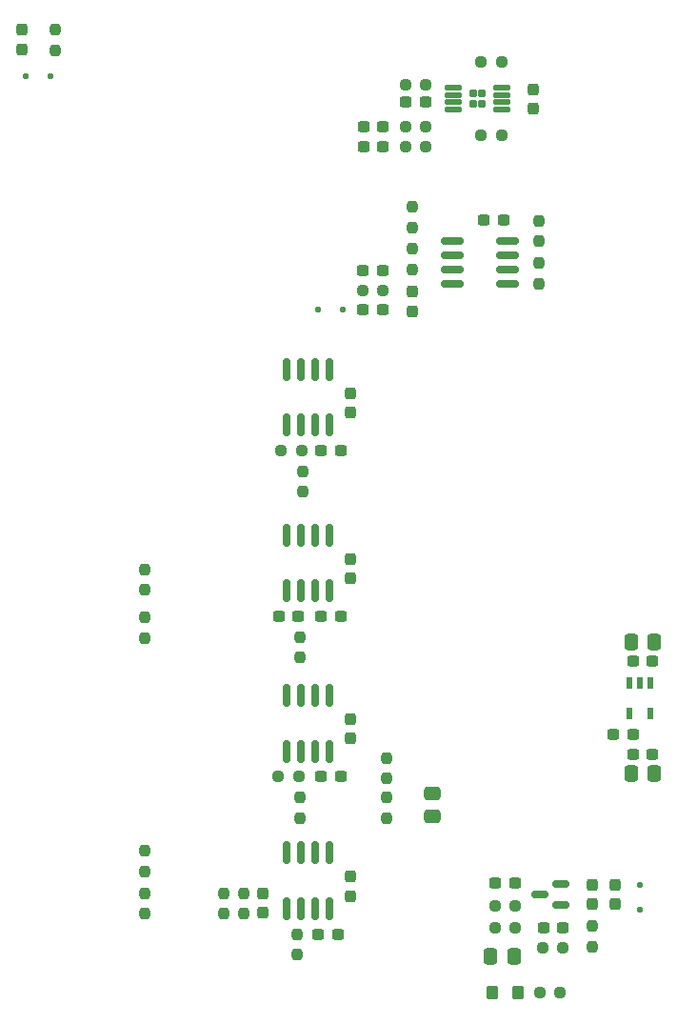
<source format=gbr>
%TF.GenerationSoftware,KiCad,Pcbnew,8.0.8*%
%TF.CreationDate,2025-03-23T00:17:45+01:00*%
%TF.ProjectId,am_receiver_v2,616d5f72-6563-4656-9976-65725f76322e,rev?*%
%TF.SameCoordinates,Original*%
%TF.FileFunction,Paste,Top*%
%TF.FilePolarity,Positive*%
%FSLAX46Y46*%
G04 Gerber Fmt 4.6, Leading zero omitted, Abs format (unit mm)*
G04 Created by KiCad (PCBNEW 8.0.8) date 2025-03-23 00:17:45*
%MOMM*%
%LPD*%
G01*
G04 APERTURE LIST*
G04 Aperture macros list*
%AMRoundRect*
0 Rectangle with rounded corners*
0 $1 Rounding radius*
0 $2 $3 $4 $5 $6 $7 $8 $9 X,Y pos of 4 corners*
0 Add a 4 corners polygon primitive as box body*
4,1,4,$2,$3,$4,$5,$6,$7,$8,$9,$2,$3,0*
0 Add four circle primitives for the rounded corners*
1,1,$1+$1,$2,$3*
1,1,$1+$1,$4,$5*
1,1,$1+$1,$6,$7*
1,1,$1+$1,$8,$9*
0 Add four rect primitives between the rounded corners*
20,1,$1+$1,$2,$3,$4,$5,0*
20,1,$1+$1,$4,$5,$6,$7,0*
20,1,$1+$1,$6,$7,$8,$9,0*
20,1,$1+$1,$8,$9,$2,$3,0*%
G04 Aperture macros list end*
%ADD10R,0.508000X1.003300*%
%ADD11RoundRect,0.250000X0.337500X0.475000X-0.337500X0.475000X-0.337500X-0.475000X0.337500X-0.475000X0*%
%ADD12RoundRect,0.237500X0.237500X-0.300000X0.237500X0.300000X-0.237500X0.300000X-0.237500X-0.300000X0*%
%ADD13RoundRect,0.157500X-0.157500X-0.222500X0.157500X-0.222500X0.157500X0.222500X-0.157500X0.222500X0*%
%ADD14RoundRect,0.125000X-0.600000X-0.125000X0.600000X-0.125000X0.600000X0.125000X-0.600000X0.125000X0*%
%ADD15RoundRect,0.150000X0.150000X-0.825000X0.150000X0.825000X-0.150000X0.825000X-0.150000X-0.825000X0*%
%ADD16RoundRect,0.150000X-0.825000X-0.150000X0.825000X-0.150000X0.825000X0.150000X-0.825000X0.150000X0*%
%ADD17RoundRect,0.125000X-0.125000X0.125000X-0.125000X-0.125000X0.125000X-0.125000X0.125000X0.125000X0*%
%ADD18RoundRect,0.237500X0.300000X0.237500X-0.300000X0.237500X-0.300000X-0.237500X0.300000X-0.237500X0*%
%ADD19RoundRect,0.237500X-0.237500X0.250000X-0.237500X-0.250000X0.237500X-0.250000X0.237500X0.250000X0*%
%ADD20RoundRect,0.237500X0.237500X-0.250000X0.237500X0.250000X-0.237500X0.250000X-0.237500X-0.250000X0*%
%ADD21RoundRect,0.237500X-0.250000X-0.237500X0.250000X-0.237500X0.250000X0.237500X-0.250000X0.237500X0*%
%ADD22RoundRect,0.237500X0.250000X0.237500X-0.250000X0.237500X-0.250000X-0.237500X0.250000X-0.237500X0*%
%ADD23RoundRect,0.250000X0.475000X-0.337500X0.475000X0.337500X-0.475000X0.337500X-0.475000X-0.337500X0*%
%ADD24RoundRect,0.125000X0.125000X0.125000X-0.125000X0.125000X-0.125000X-0.125000X0.125000X-0.125000X0*%
%ADD25RoundRect,0.237500X-0.300000X-0.237500X0.300000X-0.237500X0.300000X0.237500X-0.300000X0.237500X0*%
%ADD26RoundRect,0.237500X0.237500X-0.287500X0.237500X0.287500X-0.237500X0.287500X-0.237500X-0.287500X0*%
%ADD27RoundRect,0.250000X0.275000X0.350000X-0.275000X0.350000X-0.275000X-0.350000X0.275000X-0.350000X0*%
%ADD28RoundRect,0.237500X-0.237500X0.300000X-0.237500X-0.300000X0.237500X-0.300000X0.237500X0.300000X0*%
%ADD29RoundRect,0.250000X-0.337500X-0.475000X0.337500X-0.475000X0.337500X0.475000X-0.337500X0.475000X0*%
%ADD30RoundRect,0.150000X0.587500X0.150000X-0.587500X0.150000X-0.587500X-0.150000X0.587500X-0.150000X0*%
G04 APERTURE END LIST*
D10*
%TO.C,U5*%
X66450001Y-68852550D03*
X64549999Y-68852550D03*
X64549999Y-66147450D03*
X65500000Y-66147450D03*
X66450001Y-66147450D03*
%TD*%
D11*
%TO.C,C24*%
X66787500Y-62500000D03*
X64712500Y-62500000D03*
%TD*%
%TO.C,C23*%
X66787500Y-74250000D03*
X64712500Y-74250000D03*
%TD*%
D12*
%TO.C,C10*%
X55975000Y-15152500D03*
X55975000Y-13427500D03*
%TD*%
D13*
%TO.C,U6*%
X50655000Y-13755000D03*
X50655000Y-14695000D03*
X51435000Y-13755000D03*
X51435000Y-14695000D03*
D14*
X48895000Y-13250000D03*
X48895000Y-13900000D03*
X48895000Y-14550000D03*
X48895000Y-15200000D03*
X53195000Y-15200000D03*
X53195000Y-14550000D03*
X53195000Y-13900000D03*
X53195000Y-13250000D03*
%TD*%
D15*
%TO.C,U1*%
X34095000Y-86225000D03*
X35365000Y-86225000D03*
X36635000Y-86225000D03*
X37905000Y-86225000D03*
X37905000Y-81275000D03*
X36635000Y-81275000D03*
X35365000Y-81275000D03*
X34095000Y-81275000D03*
%TD*%
%TO.C,U2*%
X34095000Y-72225000D03*
X35365000Y-72225000D03*
X36635000Y-72225000D03*
X37905000Y-72225000D03*
X37905000Y-67275000D03*
X36635000Y-67275000D03*
X35365000Y-67275000D03*
X34095000Y-67275000D03*
%TD*%
%TO.C,U4*%
X34095000Y-43225000D03*
X35365000Y-43225000D03*
X36635000Y-43225000D03*
X37905000Y-43225000D03*
X37905000Y-38275000D03*
X36635000Y-38275000D03*
X35365000Y-38275000D03*
X34095000Y-38275000D03*
%TD*%
%TO.C,U3*%
X34095000Y-57975000D03*
X35365000Y-57975000D03*
X36635000Y-57975000D03*
X37905000Y-57975000D03*
X37905000Y-53025000D03*
X36635000Y-53025000D03*
X35365000Y-53025000D03*
X34095000Y-53025000D03*
%TD*%
D16*
%TO.C,U7*%
X48775000Y-26845000D03*
X48775000Y-28115000D03*
X48775000Y-29385000D03*
X48775000Y-30655000D03*
X53725000Y-30655000D03*
X53725000Y-29385000D03*
X53725000Y-28115000D03*
X53725000Y-26845000D03*
%TD*%
D17*
%TO.C,D2*%
X65500000Y-84110000D03*
X65500000Y-86310000D03*
%TD*%
D18*
%TO.C,C29*%
X38862501Y-45500000D03*
X37137499Y-45500000D03*
%TD*%
%TO.C,C28*%
X38862501Y-60250000D03*
X37137499Y-60250000D03*
%TD*%
%TO.C,C27*%
X38862501Y-74500000D03*
X37137499Y-74500000D03*
%TD*%
D19*
%TO.C,R30*%
X43000000Y-72837500D03*
X43000000Y-74662500D03*
%TD*%
%TO.C,R29*%
X43000000Y-76337500D03*
X43000000Y-78162500D03*
%TD*%
D18*
%TO.C,C26*%
X38612501Y-88500000D03*
X36887499Y-88500000D03*
%TD*%
D20*
%TO.C,R13*%
X35250000Y-63912500D03*
X35250000Y-62087500D03*
%TD*%
D12*
%TO.C,C17*%
X39750000Y-42112501D03*
X39750000Y-40387499D03*
%TD*%
D21*
%TO.C,R6*%
X52587500Y-87960000D03*
X54412500Y-87960000D03*
%TD*%
D19*
%TO.C,R27*%
X21500000Y-56087500D03*
X21500000Y-57912500D03*
%TD*%
D12*
%TO.C,C19*%
X63250000Y-85822501D03*
X63250000Y-84097499D03*
%TD*%
D22*
%TO.C,R5*%
X58412500Y-93710000D03*
X56587500Y-93710000D03*
%TD*%
D18*
%TO.C,C7*%
X35112501Y-60250000D03*
X33387499Y-60250000D03*
%TD*%
D20*
%TO.C,R8*%
X35000000Y-90325000D03*
X35000000Y-88500000D03*
%TD*%
D18*
%TO.C,C8*%
X40887499Y-33000000D03*
X42612501Y-33000000D03*
%TD*%
D23*
%TO.C,C3*%
X47000000Y-75962500D03*
X47000000Y-78037500D03*
%TD*%
D24*
%TO.C,D3*%
X13099999Y-12250000D03*
X10900001Y-12250000D03*
%TD*%
D25*
%TO.C,C2*%
X56912499Y-87960001D03*
X58637501Y-87960001D03*
%TD*%
D26*
%TO.C,D4*%
X10500000Y-9874999D03*
X10500000Y-8125001D03*
%TD*%
D20*
%TO.C,R28*%
X13500000Y-9912500D03*
X13500000Y-8087500D03*
%TD*%
D12*
%TO.C,C6*%
X32000000Y-86612501D03*
X32000000Y-84887499D03*
%TD*%
D25*
%TO.C,C13*%
X42657501Y-18500000D03*
X40932499Y-18500000D03*
%TD*%
D18*
%TO.C,C22*%
X64862501Y-70750000D03*
X63137499Y-70750000D03*
%TD*%
D12*
%TO.C,C15*%
X39750000Y-71112501D03*
X39750000Y-69387499D03*
%TD*%
D25*
%TO.C,C18*%
X51637499Y-25000000D03*
X53362501Y-25000000D03*
%TD*%
D27*
%TO.C,FB1*%
X54650000Y-93710000D03*
X52350000Y-93710000D03*
%TD*%
D21*
%TO.C,R20*%
X51382500Y-17500000D03*
X53207500Y-17500000D03*
%TD*%
D20*
%TO.C,R2*%
X56500000Y-26912500D03*
X56500000Y-25087500D03*
%TD*%
%TO.C,R17*%
X45250000Y-29412500D03*
X45250000Y-27587500D03*
%TD*%
D21*
%TO.C,R21*%
X46457500Y-16750000D03*
X44632500Y-16750000D03*
%TD*%
D25*
%TO.C,C9*%
X40887499Y-29500000D03*
X42612501Y-29500000D03*
%TD*%
D20*
%TO.C,R9*%
X30250000Y-86662500D03*
X30250000Y-84837500D03*
%TD*%
%TO.C,R14*%
X35500000Y-49162500D03*
X35500000Y-47337500D03*
%TD*%
D22*
%TO.C,R11*%
X33337500Y-74500000D03*
X35162500Y-74500000D03*
%TD*%
D20*
%TO.C,R7*%
X56500000Y-30662500D03*
X56500000Y-28837500D03*
%TD*%
D25*
%TO.C,C11*%
X44682499Y-14500000D03*
X46407501Y-14500000D03*
%TD*%
D19*
%TO.C,R24*%
X21500000Y-84837500D03*
X21500000Y-86662500D03*
%TD*%
D18*
%TO.C,C21*%
X66612501Y-64250000D03*
X64887499Y-64250000D03*
%TD*%
D28*
%TO.C,C1*%
X61250000Y-84097499D03*
X61250000Y-85822501D03*
%TD*%
D20*
%TO.C,R12*%
X35250000Y-76337500D03*
X35250000Y-78162500D03*
%TD*%
D21*
%TO.C,R19*%
X53207500Y-11000000D03*
X51382500Y-11000000D03*
%TD*%
D29*
%TO.C,C4*%
X54287500Y-90460000D03*
X52212500Y-90460000D03*
%TD*%
D12*
%TO.C,C14*%
X39750000Y-85112501D03*
X39750000Y-83387499D03*
%TD*%
D18*
%TO.C,C25*%
X66612501Y-72500000D03*
X64887499Y-72500000D03*
%TD*%
D21*
%TO.C,R3*%
X56837500Y-89710000D03*
X58662500Y-89710000D03*
%TD*%
D19*
%TO.C,R1*%
X61250000Y-87797500D03*
X61250000Y-89622500D03*
%TD*%
D21*
%TO.C,R4*%
X52587500Y-85960000D03*
X54412500Y-85960000D03*
%TD*%
D22*
%TO.C,R15*%
X35412500Y-45500000D03*
X33587500Y-45500000D03*
%TD*%
D12*
%TO.C,C20*%
X45250000Y-33112501D03*
X45250000Y-31387499D03*
%TD*%
D21*
%TO.C,R22*%
X46457500Y-18500000D03*
X44632500Y-18500000D03*
%TD*%
D22*
%TO.C,R16*%
X40837500Y-31250000D03*
X42662500Y-31250000D03*
%TD*%
D19*
%TO.C,R26*%
X21500000Y-81087500D03*
X21500000Y-82912500D03*
%TD*%
D12*
%TO.C,C16*%
X39750000Y-56862501D03*
X39750000Y-55137499D03*
%TD*%
D20*
%TO.C,R10*%
X28500000Y-86662500D03*
X28500000Y-84837500D03*
%TD*%
D21*
%TO.C,R25*%
X46457500Y-13000000D03*
X44632500Y-13000000D03*
%TD*%
D18*
%TO.C,C5*%
X54362501Y-83960000D03*
X52637499Y-83960000D03*
%TD*%
D25*
%TO.C,C12*%
X42657501Y-16750000D03*
X40932499Y-16750000D03*
%TD*%
D24*
%TO.C,D1*%
X39099999Y-33000000D03*
X36900001Y-33000000D03*
%TD*%
D30*
%TO.C,Q1*%
X58462500Y-85910000D03*
X58462500Y-84010000D03*
X56587499Y-84960000D03*
%TD*%
D20*
%TO.C,R18*%
X45250000Y-25662500D03*
X45250000Y-23837500D03*
%TD*%
D19*
%TO.C,R23*%
X21500000Y-60337500D03*
X21500000Y-62162500D03*
%TD*%
M02*

</source>
